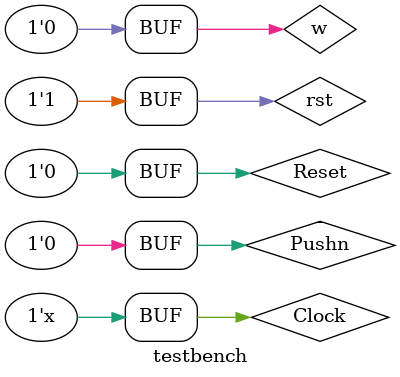
<source format=v>
module testbench;
   reg Clock;
   reg Reset;
   reg rst;
   reg w;
   reg Pushn;
   wire LEDn;
   wire [1:7] Digit1;
   wire [1:7] Digit0;
   reaction reactiontimer1(.Clock(Clock), .c9(c9), .Reset(Reset), .rst(rst), .w(w), .Pushn(Pushn), .LEDn(LEDn), .Digit1(Digit1), .Digit0(Digit0));
   initial begin
   Reset =1;
   Clock =0;
   rst =0;
   w =0;
   Pushn =1;
   #1  rst = 1;
   #80 Reset =0;
   #200 w=1;
   #280 w =0;
   #1560 Pushn=0;
   end
   always
   #10 Clock = ~Clock;
endmodule
</source>
